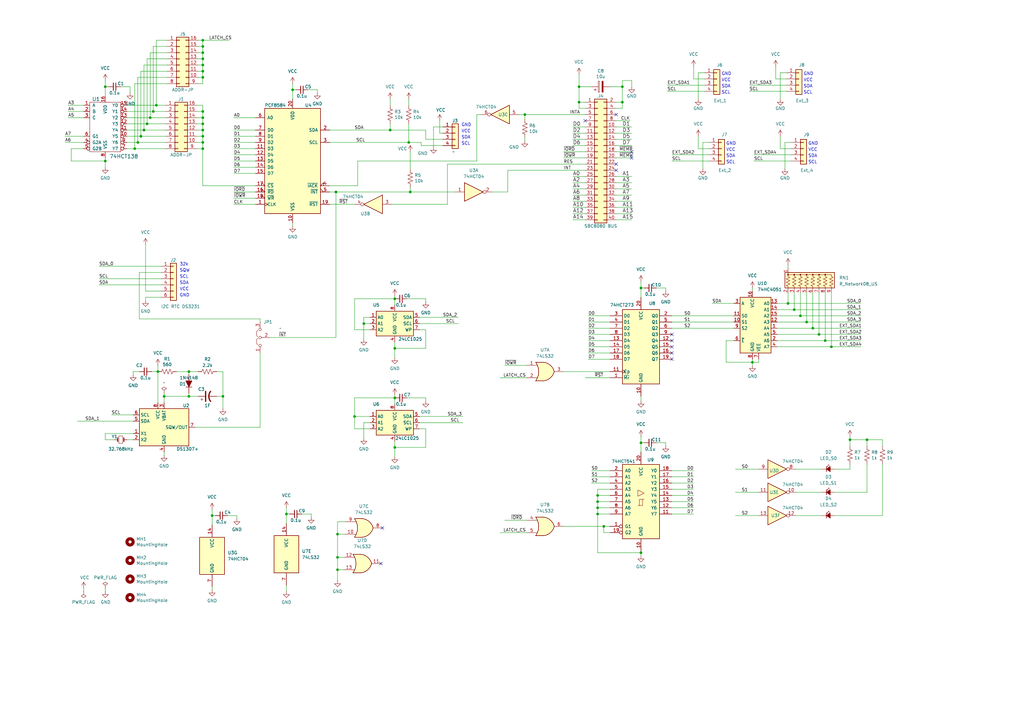
<source format=kicad_sch>
(kicad_sch (version 20211123) (generator eeschema)
  (paper "A3")
  (title_block (title "KZ80マイコン用I2Cボード") (date "2022-11-12") (rev "1") (company "KUNI-NET") (comment 1 "KZ80マイコン(SBC8080バス)に繋がるI2Cボード"))
  (junction (at 43.18 35.56))
  (junction (at 149.225 132.715))
  (junction (at 83.185 31.75))
  (junction (at 161.925 163.195))
  (junction (at 355.6 180.34))
  (junction (at 145.415 170.815))
  (junction (at 138.43 219.075))
  (junction (at 64.77 152.4))
  (junction (at 55.245 60.96))
  (junction (at 83.185 58.42))
  (junction (at 83.185 55.88))
  (junction (at 83.185 26.67))
  (junction (at 245.11 205.74))
  (junction (at 83.185 53.34))
  (junction (at 91.44 162.56))
  (junction (at 77.47 152.4))
  (junction (at 83.185 48.26))
  (junction (at 160.02 53.34))
  (junction (at 330.835 132.08))
  (junction (at 335.915 137.16))
  (junction (at 262.89 226.695))
  (junction (at 138.43 228.6))
  (junction (at 340.995 142.24))
  (junction (at 255.27 35.56))
  (junction (at 308.61 148.59))
  (junction (at 67.31 162.56))
  (junction (at 57.785 55.88))
  (junction (at 325.755 127))
  (junction (at 328.295 129.54))
  (junction (at 83.185 50.8))
  (junction (at 83.185 29.21))
  (junction (at 245.11 210.82))
  (junction (at 237.49 41.91))
  (junction (at 83.185 60.96))
  (junction (at 168.275 78.74))
  (junction (at 83.185 21.59))
  (junction (at 338.455 139.7))
  (junction (at 77.47 162.56))
  (junction (at 43.18 66.04))
  (junction (at 117.475 210.82))
  (junction (at 83.185 24.13))
  (junction (at 61.595 48.26))
  (junction (at 161.925 183.515))
  (junction (at 167.64 58.42))
  (junction (at 323.215 124.46))
  (junction (at 215.265 46.99))
  (junction (at 333.375 134.62))
  (junction (at 262.89 181.61))
  (junction (at 348.615 180.34))
  (junction (at 137.795 78.74))
  (junction (at 262.89 118.11))
  (junction (at 64.135 43.18))
  (junction (at 83.185 16.51))
  (junction (at 83.185 19.05))
  (junction (at 62.865 45.72))
  (junction (at 83.185 45.72))
  (junction (at 247.65 215.9))
  (junction (at 120.015 36.83))
  (junction (at 86.995 211.455))
  (junction (at 245.11 208.28))
  (junction (at 161.925 142.875))
  (junction (at 161.925 122.555))
  (junction (at 237.49 35.56))
  (junction (at 60.325 50.8))
  (junction (at 59.055 53.34))
  (junction (at 138.43 233.68))
  (junction (at 245.11 203.2))
  (junction (at 56.515 58.42))
  (junction (at 255.27 41.91))
  (no_connect (at 156.845 216.535))
  (no_connect (at 156.21 231.14))
  (no_connect (at 259.08 62.23))
  (no_connect (at 259.08 64.77))
  (no_connect (at 252.73 67.31))
  (no_connect (at 252.73 46.99))
  (no_connect (at 252.73 69.85))
  (no_connect (at 275.59 144.78))
  (no_connect (at 275.59 147.32))
  (no_connect (at 275.59 142.24))
  (no_connect (at 275.59 139.7))
  (no_connect (at 275.59 137.16))
  (no_connect (at 240.03 49.53))
  (wire (pts (xy 123.825 210.82) (xy 127.635 210.82)))
  (wire (pts (xy 145.415 122.555) (xy 161.925 122.555)))
  (wire (pts (xy 245.11 210.82) (xy 250.19 210.82)))
  (wire (pts (xy 77.47 162.56) (xy 81.28 162.56)))
  (wire (pts (xy 245.11 205.74) (xy 245.11 208.28)))
  (wire (pts (xy 241.3 139.7) (xy 250.19 139.7)))
  (wire (pts (xy 54.61 153.67) (xy 54.61 152.4)))
  (wire (pts (xy 318.135 32.385) (xy 322.58 32.385)))
  (wire (pts (xy 117.475 208.28) (xy 117.475 210.82)))
  (wire (pts (xy 34.29 241.3) (xy 34.29 242.57)))
  (wire (pts (xy 338.455 139.7) (xy 353.06 139.7)))
  (wire (pts (xy 264.16 118.11) (xy 262.89 118.11)))
  (wire (pts (xy 52.07 50.8) (xy 60.325 50.8)))
  (wire (pts (xy 237.49 41.91) (xy 237.49 44.45)))
  (wire (pts (xy 66.04 111.76) (xy 57.15 111.76)))
  (wire (pts (xy 68.58 24.13) (xy 60.325 24.13)))
  (wire (pts (xy 81.28 21.59) (xy 83.185 21.59)))
  (wire (pts (xy 252.73 64.77) (xy 259.08 64.77)))
  (wire (pts (xy 245.11 210.82) (xy 245.11 226.695)))
  (wire (pts (xy 43.18 33.02) (xy 43.18 35.56)))
  (wire (pts (xy 177.8 52.07) (xy 177.8 60.325)))
  (wire (pts (xy 269.24 118.11) (xy 273.05 118.11)))
  (wire (pts (xy 262.89 179.07) (xy 262.89 181.61)))
  (wire (pts (xy 59.69 123.19) (xy 59.69 121.92)))
  (wire (pts (xy 172.085 132.715) (xy 187.96 132.715)))
  (wire (pts (xy 234.95 52.07) (xy 240.03 52.07)))
  (wire (pts (xy 181.61 52.07) (xy 177.8 52.07)))
  (wire (pts (xy 106.68 175.26) (xy 106.68 144.78)))
  (wire (pts (xy 241.3 134.62) (xy 250.19 134.62)))
  (wire (pts (xy 180.34 54.61) (xy 181.61 54.61)))
  (wire (pts (xy 67.31 162.56) (xy 67.31 161.29)))
  (wire (pts (xy 284.48 198.12) (xy 275.59 198.12)))
  (wire (pts (xy 160.655 83.82) (xy 183.515 83.82)))
  (wire (pts (xy 250.19 200.66) (xy 245.11 200.66)))
  (wire (pts (xy 137.795 78.74) (xy 137.795 138.43)))
  (wire (pts (xy 318.77 137.16) (xy 335.915 137.16)))
  (wire (pts (xy 120.015 91.44) (xy 120.015 92.71)))
  (wire (pts (xy 174.625 175.895) (xy 172.085 175.895)))
  (wire (pts (xy 95.885 58.42) (xy 104.775 58.42)))
  (wire (pts (xy 61.595 21.59) (xy 61.595 48.26)))
  (wire (pts (xy 284.48 210.82) (xy 275.59 210.82)))
  (wire (pts (xy 234.95 85.09) (xy 240.03 85.09)))
  (wire (pts (xy 80.645 48.26) (xy 83.185 48.26)))
  (wire (pts (xy 172.085 170.815) (xy 189.865 170.815)))
  (wire (pts (xy 286.385 60.96) (xy 286.385 55.88)))
  (wire (pts (xy 86.995 208.915) (xy 86.995 211.455)))
  (wire (pts (xy 286.385 40.64) (xy 286.385 29.845)))
  (wire (pts (xy 205.105 154.94) (xy 215.9 154.94)))
  (wire (pts (xy 72.39 152.4) (xy 77.47 152.4)))
  (wire (pts (xy 292.1 124.46) (xy 300.99 124.46)))
  (wire (pts (xy 52.07 53.34) (xy 59.055 53.34)))
  (wire (pts (xy 138.43 213.995) (xy 141.605 213.995)))
  (wire (pts (xy 242.57 198.12) (xy 250.19 198.12)))
  (wire (pts (xy 174.625 135.255) (xy 172.085 135.255)))
  (wire (pts (xy 172.72 58.42) (xy 172.72 59.69)))
  (wire (pts (xy 67.31 185.42) (xy 67.31 186.69)))
  (wire (pts (xy 273.05 118.11) (xy 273.05 119.38)))
  (wire (pts (xy 172.72 59.69) (xy 181.61 59.69)))
  (wire (pts (xy 145.415 163.195) (xy 145.415 170.815)))
  (wire (pts (xy 255.27 44.45) (xy 252.73 44.45)))
  (wire (pts (xy 215.265 46.99) (xy 215.265 48.895)))
  (wire (pts (xy 43.18 241.3) (xy 43.18 242.57)))
  (wire (pts (xy 297.815 139.7) (xy 297.815 148.59)))
  (wire (pts (xy 275.59 134.62) (xy 300.99 134.62)))
  (wire (pts (xy 255.27 33.02) (xy 259.08 33.02)))
  (wire (pts (xy 117.475 210.82) (xy 117.475 214.63)))
  (wire (pts (xy 68.58 31.75) (xy 56.515 31.75)))
  (wire (pts (xy 264.16 181.61) (xy 262.89 181.61)))
  (wire (pts (xy 135.255 78.74) (xy 137.795 78.74)))
  (wire (pts (xy 250.19 218.44) (xy 247.65 218.44)))
  (wire (pts (xy 237.49 35.56) (xy 242.57 35.56)))
  (wire (pts (xy 301.625 192.405) (xy 311.15 192.405)))
  (wire (pts (xy 245.11 200.66) (xy 245.11 203.2)))
  (wire (pts (xy 195.58 46.99) (xy 195.58 66.04)))
  (wire (pts (xy 284.48 193.04) (xy 275.59 193.04)))
  (wire (pts (xy 68.58 21.59) (xy 61.595 21.59)))
  (wire (pts (xy 355.6 180.34) (xy 361.95 180.34)))
  (wire (pts (xy 326.39 201.93) (xy 337.185 201.93)))
  (wire (pts (xy 43.18 66.04) (xy 43.18 68.58)))
  (wire (pts (xy 62.865 19.05) (xy 62.865 45.72)))
  (wire (pts (xy 160.02 53.34) (xy 174.625 53.34)))
  (wire (pts (xy 81.28 29.21) (xy 83.185 29.21)))
  (wire (pts (xy 252.73 82.55) (xy 259.08 82.55)))
  (wire (pts (xy 215.265 56.515) (xy 215.265 57.785)))
  (wire (pts (xy 43.18 35.56) (xy 43.18 39.37)))
  (wire (pts (xy 52.07 48.26) (xy 61.595 48.26)))
  (wire (pts (xy 250.19 205.74) (xy 245.11 205.74)))
  (wire (pts (xy 252.73 52.07) (xy 259.08 52.07)))
  (wire (pts (xy 83.185 19.05) (xy 83.185 21.59)))
  (wire (pts (xy 52.07 55.88) (xy 57.785 55.88)))
  (wire (pts (xy 201.93 78.74) (xy 208.28 78.74)))
  (wire (pts (xy 83.185 76.2) (xy 83.185 60.96)))
  (wire (pts (xy 318.77 134.62) (xy 333.375 134.62)))
  (wire (pts (xy 135.255 58.42) (xy 167.64 58.42)))
  (wire (pts (xy 215.265 46.99) (xy 240.03 46.99)))
  (wire (pts (xy 43.18 180.34) (xy 46.99 180.34)))
  (wire (pts (xy 340.995 142.24) (xy 353.06 142.24)))
  (wire (pts (xy 57.785 56.515) (xy 57.785 55.88)))
  (wire (pts (xy 262.89 181.61) (xy 262.89 185.42)))
  (wire (pts (xy 323.215 108.585) (xy 323.215 109.855)))
  (wire (pts (xy 255.27 33.02) (xy 255.27 35.56)))
  (wire (pts (xy 338.455 120.015) (xy 338.455 139.7)))
  (wire (pts (xy 174.625 122.555) (xy 174.625 123.825)))
  (wire (pts (xy 88.9 152.4) (xy 91.44 152.4)))
  (wire (pts (xy 56.515 31.75) (xy 56.515 58.42)))
  (wire (pts (xy 161.925 180.975) (xy 161.925 183.515)))
  (wire (pts (xy 80.645 53.34) (xy 83.185 53.34)))
  (wire (pts (xy 95.885 53.34) (xy 104.775 53.34)))
  (wire (pts (xy 56.515 58.42) (xy 67.945 58.42)))
  (wire (pts (xy 60.325 24.13) (xy 60.325 50.8)))
  (wire (pts (xy 88.265 211.455) (xy 86.995 211.455)))
  (wire (pts (xy 110.49 138.43) (xy 137.795 138.43)))
  (wire (pts (xy 361.95 211.455) (xy 342.265 211.455)))
  (wire (pts (xy 120.015 36.83) (xy 120.015 40.64)))
  (wire (pts (xy 318.77 132.08) (xy 330.835 132.08)))
  (wire (pts (xy 247.65 215.9) (xy 247.65 218.44)))
  (wire (pts (xy 168.275 76.835) (xy 168.275 78.74)))
  (wire (pts (xy 330.835 132.08) (xy 353.06 132.08)))
  (wire (pts (xy 95.885 83.82) (xy 104.775 83.82)))
  (wire (pts (xy 323.215 124.46) (xy 353.06 124.46)))
  (wire (pts (xy 27.94 43.18) (xy 34.29 43.18)))
  (wire (pts (xy 183.515 67.31) (xy 240.03 67.31)))
  (wire (pts (xy 335.915 137.16) (xy 353.06 137.16)))
  (wire (pts (xy 262.89 226.06) (xy 262.89 226.695)))
  (wire (pts (xy 151.765 135.255) (xy 145.415 135.255)))
  (wire (pts (xy 55.245 34.29) (xy 68.58 34.29)))
  (wire (pts (xy 245.11 203.2) (xy 245.11 205.74)))
  (wire (pts (xy 262.89 115.57) (xy 262.89 118.11)))
  (wire (pts (xy 80.01 175.26) (xy 106.68 175.26)))
  (wire (pts (xy 273.685 37.465) (xy 288.925 37.465)))
  (wire (pts (xy 231.14 215.9) (xy 247.65 215.9)))
  (wire (pts (xy 300.99 139.7) (xy 297.815 139.7)))
  (wire (pts (xy 333.375 120.015) (xy 333.375 134.62)))
  (wire (pts (xy 325.755 120.015) (xy 325.755 127)))
  (wire (pts (xy 308.61 148.59) (xy 308.61 149.86)))
  (wire (pts (xy 138.43 228.6) (xy 140.97 228.6)))
  (wire (pts (xy 318.77 127) (xy 325.755 127)))
  (wire (pts (xy 68.58 16.51) (xy 64.135 16.51)))
  (wire (pts (xy 250.19 208.28) (xy 245.11 208.28)))
  (wire (pts (xy 59.69 121.92) (xy 66.04 121.92)))
  (wire (pts (xy 259.08 80.01) (xy 252.73 80.01)))
  (wire (pts (xy 59.055 53.34) (xy 67.945 53.34)))
  (wire (pts (xy 104.775 76.2) (xy 83.185 76.2)))
  (wire (pts (xy 284.48 32.385) (xy 288.925 32.385)))
  (wire (pts (xy 259.08 33.02) (xy 259.08 35.56)))
  (wire (pts (xy 250.19 203.2) (xy 245.11 203.2)))
  (wire (pts (xy 80.645 43.18) (xy 83.185 43.18)))
  (wire (pts (xy 34.29 58.42) (xy 26.67 58.42)))
  (wire (pts (xy 57.15 111.76) (xy 57.15 130.81)))
  (wire (pts (xy 275.59 63.5) (xy 290.83 63.5)))
  (wire (pts (xy 64.77 149.86) (xy 64.77 152.4)))
  (wire (pts (xy 160.02 40.64) (xy 160.02 43.18)))
  (wire (pts (xy 231.14 62.23) (xy 240.03 62.23)))
  (wire (pts (xy 259.08 54.61) (xy 252.73 54.61)))
  (wire (pts (xy 77.47 161.29) (xy 77.47 162.56)))
  (wire (pts (xy 172.085 130.175) (xy 187.96 130.175)))
  (wire (pts (xy 259.08 74.93) (xy 252.73 74.93)))
  (wire (pts (xy 309.245 66.04) (xy 324.485 66.04)))
  (wire (pts (xy 284.48 32.385) (xy 284.48 27.305)))
  (wire (pts (xy 318.77 142.24) (xy 340.995 142.24)))
  (wire (pts (xy 333.375 134.62) (xy 353.06 134.62)))
  (wire (pts (xy 286.385 60.96) (xy 290.83 60.96)))
  (wire (pts (xy 348.615 190.5) (xy 348.615 192.405)))
  (wire (pts (xy 174.625 57.15) (xy 181.61 57.15)))
  (wire (pts (xy 205.105 218.44) (xy 215.9 218.44)))
  (wire (pts (xy 161.925 121.285) (xy 161.925 122.555)))
  (wire (pts (xy 60.325 50.8) (xy 67.945 50.8)))
  (wire (pts (xy 34.29 60.96) (xy 29.21 60.96)))
  (wire (pts (xy 77.47 152.4) (xy 77.47 153.67)))
  (wire (pts (xy 81.28 34.29) (xy 83.185 34.29)))
  (wire (pts (xy 231.14 152.4) (xy 250.19 152.4)))
  (wire (pts (xy 83.185 53.34) (xy 83.185 55.88)))
  (wire (pts (xy 237.49 35.56) (xy 237.49 41.91)))
  (wire (pts (xy 95.885 78.74) (xy 104.775 78.74)))
  (wire (pts (xy 83.185 58.42) (xy 83.185 60.96)))
  (wire (pts (xy 149.225 132.715) (xy 149.225 139.065)))
  (wire (pts (xy 138.43 228.6) (xy 138.43 219.075)))
  (wire (pts (xy 31.75 172.72) (xy 54.61 172.72)))
  (wire (pts (xy 88.9 162.56) (xy 91.44 162.56)))
  (wire (pts (xy 167.005 163.195) (xy 174.625 163.195)))
  (wire (pts (xy 45.72 170.18) (xy 54.61 170.18)))
  (wire (pts (xy 269.24 181.61) (xy 273.05 181.61)))
  (wire (pts (xy 167.64 40.64) (xy 167.64 43.18)))
  (wire (pts (xy 83.185 16.51) (xy 93.98 16.51)))
  (wire (pts (xy 91.44 152.4) (xy 91.44 162.56)))
  (wire (pts (xy 288.29 69.215) (xy 288.29 58.42)))
  (wire (pts (xy 273.685 34.925) (xy 288.925 34.925)))
  (wire (pts (xy 83.185 50.8) (xy 83.185 53.34)))
  (wire (pts (xy 135.255 53.34) (xy 160.02 53.34)))
  (wire (pts (xy 59.69 119.38) (xy 66.04 119.38)))
  (wire (pts (xy 68.58 26.67) (xy 59.055 26.67)))
  (wire (pts (xy 161.925 142.875) (xy 161.925 146.685)))
  (wire (pts (xy 242.57 195.58) (xy 250.19 195.58)))
  (wire (pts (xy 234.95 82.55) (xy 240.03 82.55)))
  (wire (pts (xy 250.19 35.56) (xy 255.27 35.56)))
  (wire (pts (xy 121.285 36.83) (xy 120.015 36.83)))
  (wire (pts (xy 297.815 148.59) (xy 308.61 148.59)))
  (wire (pts (xy 161.925 183.515) (xy 174.625 183.515)))
  (wire (pts (xy 241.3 129.54) (xy 250.19 129.54)))
  (wire (pts (xy 174.625 53.34) (xy 174.625 57.15)))
  (wire (pts (xy 234.95 87.63) (xy 240.03 87.63)))
  (wire (pts (xy 321.945 69.215) (xy 321.945 58.42)))
  (wire (pts (xy 259.08 57.15) (xy 252.73 57.15)))
  (wire (pts (xy 120.015 34.29) (xy 120.015 36.83)))
  (wire (pts (xy 252.73 62.23) (xy 259.08 62.23)))
  (wire (pts (xy 80.645 45.72) (xy 83.185 45.72)))
  (wire (pts (xy 86.995 240.665) (xy 86.995 241.935)))
  (wire (pts (xy 237.49 41.91) (xy 240.03 41.91)))
  (wire (pts (xy 328.295 129.54) (xy 353.06 129.54)))
  (wire (pts (xy 234.95 54.61) (xy 240.03 54.61)))
  (wire (pts (xy 234.95 59.69) (xy 240.03 59.69)))
  (wire (pts (xy 288.29 58.42) (xy 290.83 58.42)))
  (wire (pts (xy 83.185 29.21) (xy 83.185 31.75)))
  (wire (pts (xy 161.925 183.515) (xy 161.925 187.325)))
  (wire (pts (xy 145.415 135.255) (xy 145.415 122.555)))
  (wire (pts (xy 284.48 208.28) (xy 275.59 208.28)))
  (wire (pts (xy 52.07 60.96) (xy 55.245 60.96)))
  (wire (pts (xy 207.01 149.86) (xy 215.9 149.86)))
  (wire (pts (xy 242.57 193.04) (xy 250.19 193.04)))
  (wire (pts (xy 52.07 43.18) (xy 64.135 43.18)))
  (wire (pts (xy 245.11 208.28) (xy 245.11 210.82)))
  (wire (pts (xy 59.69 100.33) (xy 59.69 119.38)))
  (wire (pts (xy 161.925 122.555) (xy 161.925 125.095)))
  (wire (pts (xy 137.795 78.74) (xy 168.275 78.74)))
  (wire (pts (xy 52.07 58.42) (xy 56.515 58.42)))
  (wire (pts (xy 54.61 152.4) (xy 57.15 152.4)))
  (wire (pts (xy 237.49 30.48) (xy 237.49 35.56)))
  (wire (pts (xy 245.11 226.695) (xy 262.89 226.695)))
  (wire (pts (xy 241.3 132.08) (xy 250.19 132.08)))
  (wire (pts (xy 81.28 19.05) (xy 83.185 19.05)))
  (wire (pts (xy 237.49 44.45) (xy 240.03 44.45)))
  (wire (pts (xy 208.28 69.85) (xy 240.03 69.85)))
  (wire (pts (xy 361.95 190.5) (xy 361.95 211.455)))
  (wire (pts (xy 67.31 162.56) (xy 77.47 162.56)))
  (wire (pts (xy 262.89 162.56) (xy 262.89 164.465)))
  (wire (pts (xy 284.48 203.2) (xy 275.59 203.2)))
  (wire (pts (xy 308.61 118.11) (xy 308.61 119.38)))
  (wire (pts (xy 172.085 173.355) (xy 189.865 173.355)))
  (wire (pts (xy 67.31 162.56) (xy 67.31 165.1)))
  (wire (pts (xy 83.185 26.67) (xy 83.185 29.21)))
  (wire (pts (xy 275.59 129.54) (xy 300.99 129.54)))
  (wire (pts (xy 83.185 21.59) (xy 83.185 24.13)))
  (wire (pts (xy 81.28 16.51) (xy 83.185 16.51)))
  (wire (pts (xy 44.45 35.56) (xy 43.18 35.56)))
  (wire (pts (xy 52.07 45.72) (xy 62.865 45.72)))
  (wire (pts (xy 57.15 130.81) (xy 106.68 130.81)))
  (wire (pts (xy 252.73 41.91) (xy 255.27 41.91)))
  (wire (pts (xy 340.995 120.015) (xy 340.995 142.24)))
  (wire (pts (xy 161.925 142.875) (xy 174.625 142.875)))
  (wire (pts (xy 27.94 45.72) (xy 34.29 45.72)))
  (wire (pts (xy 138.43 219.075) (xy 138.43 213.995)))
  (wire (pts (xy 259.08 87.63) (xy 252.73 87.63)))
  (wire (pts (xy 64.77 152.4) (xy 64.77 165.1)))
  (wire (pts (xy 183.515 83.82) (xy 183.515 67.31)))
  (wire (pts (xy 40.64 116.84) (xy 66.04 116.84)))
  (wire (pts (xy 326.39 211.455) (xy 337.185 211.455)))
  (wire (pts (xy 135.255 83.82) (xy 145.415 83.82)))
  (wire (pts (xy 275.59 66.04) (xy 290.83 66.04)))
  (wire (pts (xy 145.415 170.815) (xy 145.415 175.895)))
  (wire (pts (xy 247.65 215.9) (xy 250.19 215.9)))
  (wire (pts (xy 174.625 183.515) (xy 174.625 175.895)))
  (wire (pts (xy 57.785 29.21) (xy 57.785 55.88)))
  (wire (pts (xy 95.885 60.96) (xy 104.775 60.96)))
  (wire (pts (xy 95.885 55.88) (xy 104.775 55.88)))
  (wire (pts (xy 234.95 77.47) (xy 240.03 77.47)))
  (wire (pts (xy 55.245 60.96) (xy 55.245 34.29)))
  (wire (pts (xy 180.34 49.53) (xy 180.34 54.61)))
  (wire (pts (xy 231.14 64.77) (xy 240.03 64.77)))
  (wire (pts (xy 64.135 43.18) (xy 67.945 43.18)))
  (wire (pts (xy 95.885 68.58) (xy 104.775 68.58)))
  (wire (pts (xy 259.08 59.69) (xy 252.73 59.69)))
  (wire (pts (xy 308.61 148.59) (xy 311.15 148.59)))
  (wire (pts (xy 234.95 80.01) (xy 240.03 80.01)))
  (wire (pts (xy 40.64 109.22) (xy 66.04 109.22)))
  (wire (pts (xy 212.725 46.99) (xy 215.265 46.99)))
  (wire (pts (xy 307.34 37.465) (xy 322.58 37.465)))
  (wire (pts (xy 93.345 211.455) (xy 97.155 211.455)))
  (wire (pts (xy 83.185 24.13) (xy 83.185 26.67)))
  (wire (pts (xy 355.6 180.34) (xy 355.6 182.88)))
  (wire (pts (xy 126.365 36.83) (xy 130.175 36.83)))
  (wire (pts (xy 62.23 152.4) (xy 64.77 152.4)))
  (wire (pts (xy 301.625 211.455) (xy 311.15 211.455)))
  (wire (pts (xy 83.185 60.96) (xy 80.645 60.96)))
  (wire (pts (xy 146.685 66.04) (xy 146.685 76.2)))
  (wire (pts (xy 255.27 41.91) (xy 255.27 44.45)))
  (wire (pts (xy 168.275 62.23) (xy 168.275 69.215)))
  (wire (pts (xy 118.745 210.82) (xy 117.475 210.82)))
  (wire (pts (xy 43.18 64.77) (xy 43.18 66.04)))
  (wire (pts (xy 348.615 192.405) (xy 342.265 192.405)))
  (wire (pts (xy 127.635 210.82) (xy 127.635 212.09)))
  (wire (pts (xy 40.64 114.3) (xy 66.04 114.3)))
  (wire (pts (xy 240.03 154.94) (xy 250.19 154.94)))
  (wire (pts (xy 168.275 78.74) (xy 186.69 78.74)))
  (wire (pts (xy 323.215 120.015) (xy 323.215 124.46)))
  (wire (pts (xy 97.155 211.455) (xy 97.155 212.725)))
  (wire (pts (xy 68.58 29.21) (xy 57.785 29.21)))
  (wire (pts (xy 83.185 34.29) (xy 83.185 31.75)))
  (wire (pts (xy 83.185 45.72) (xy 83.185 48.26)))
  (wire (pts (xy 197.485 46.99) (xy 195.58 46.99)))
  (wire (pts (xy 321.945 58.42) (xy 324.485 58.42)))
  (wire (pts (xy 259.08 85.09) (xy 252.73 85.09)))
  (wire (pts (xy 320.04 40.64) (xy 320.04 29.845)))
  (wire (pts (xy 195.58 66.04) (xy 146.685 66.04)))
  (wire (pts (xy 145.415 170.815) (xy 151.765 170.815)))
  (wire (pts (xy 355.6 201.93) (xy 355.6 190.5)))
  (wire (pts (xy 308.61 148.59) (xy 308.61 147.32)))
  (wire (pts (xy 326.39 192.405) (xy 337.185 192.405)))
  (wire (pts (xy 318.135 32.385) (xy 318.135 27.305)))
  (wire (pts (xy 91.44 162.56) (xy 91.44 167.64)))
  (wire (pts (xy 106.68 130.81) (xy 106.68 132.08)))
  (wire (pts (xy 259.08 77.47) (xy 252.73 77.47)))
  (wire (pts (xy 167.64 58.42) (xy 172.72 58.42)))
  (wire (pts (xy 146.685 76.2) (xy 135.255 76.2)))
  (wire (pts (xy 361.95 180.34) (xy 361.95 182.88)))
  (wire (pts (xy 54.61 177.8) (xy 43.18 177.8)))
  (wire (pts (xy 262.89 226.695) (xy 262.89 227.965)))
  (wire (pts (xy 252.73 72.39) (xy 259.08 72.39)))
  (wire (pts (xy 80.645 50.8) (xy 83.185 50.8)))
  (wire (pts (xy 83.185 43.18) (xy 83.185 45.72)))
  (wire (pts (xy 81.28 24.13) (xy 83.185 24.13)))
  (wire (pts (xy 59.055 26.67) (xy 59.055 53.34)))
  (wire (pts (xy 301.625 201.93) (xy 311.15 201.93)))
  (wire (pts (xy 151.765 130.175) (xy 149.225 130.175)))
  (wire (pts (xy 149.225 173.355) (xy 149.225 179.705)))
  (wire (pts (xy 61.595 48.26) (xy 67.945 48.26)))
  (wire (pts (xy 80.645 55.88) (xy 83.185 55.88)))
  (wire (pts (xy 80.645 58.42) (xy 83.185 58.42)))
  (wire (pts (xy 138.43 233.68) (xy 138.43 228.6)))
  (wire (pts (xy 275.59 132.08) (xy 300.99 132.08)))
  (wire (pts (xy 241.3 142.24) (xy 250.19 142.24)))
  (wire (pts (xy 57.785 55.88) (xy 67.945 55.88)))
  (wire (pts (xy 83.185 31.75) (xy 81.28 31.75)))
  (wire (pts (xy 83.185 48.26) (xy 83.185 50.8)))
  (wire (pts (xy 318.77 124.46) (xy 323.215 124.46)))
  (wire (pts (xy 138.43 219.075) (xy 141.605 219.075)))
  (wire (pts (xy 151.765 175.895) (xy 145.415 175.895)))
  (wire (pts (xy 95.885 66.04) (xy 104.775 66.04)))
  (wire (pts (xy 167.005 122.555) (xy 174.625 122.555)))
  (wire (pts (xy 241.3 144.78) (xy 250.19 144.78)))
  (wire (pts (xy 273.05 181.61) (xy 273.05 182.88)))
  (wire (pts (xy 43.18 177.8) (xy 43.18 180.34)))
  (wire (pts (xy 330.835 120.015) (xy 330.835 132.08)))
  (wire (pts (xy 27.94 48.26) (xy 34.29 48.26)))
  (wire (pts (xy 342.265 201.93) (xy 355.6 201.93)))
  (wire (pts (xy 320.04 60.96) (xy 324.485 60.96)))
  (wire (pts (xy 234.95 90.17) (xy 240.03 90.17)))
  (wire (pts (xy 318.77 129.54) (xy 328.295 129.54)))
  (wire (pts (xy 348.615 180.34) (xy 348.615 182.88)))
  (wire (pts (xy 335.915 120.015) (xy 335.915 137.16)))
  (wire (pts (xy 262.89 118.11) (xy 262.89 121.92)))
  (wire (pts (xy 145.415 163.195) (xy 161.925 163.195)))
  (wire (pts (xy 320.04 60.96) (xy 320.04 55.88)))
  (wire (pts (xy 234.95 74.93) (xy 240.03 74.93)))
  (wire (pts (xy 26.67 55.88) (xy 34.29 55.88)))
  (wire (pts (xy 174.625 142.875) (xy 174.625 135.255)))
  (wire (pts (xy 52.07 180.34) (xy 54.61 180.34)))
  (wire (pts (xy 161.925 140.335) (xy 161.925 142.875)))
  (wire (pts (xy 62.865 45.72) (xy 67.945 45.72)))
  (wire (pts (xy 174.625 163.195) (xy 174.625 164.465)))
  (wire (pts (xy 348.615 179.07) (xy 348.615 180.34)))
  (wire (pts (xy 117.475 240.03) (xy 117.475 242.57)))
  (wire (pts (xy 29.21 60.96) (xy 29.21 66.04)))
  (wire (pts (xy 138.43 238.125) (xy 138.43 233.68)))
  (wire (pts (xy 234.95 72.39) (xy 240.03 72.39)))
  (wire (pts (xy 252.73 49.53) (xy 258.445 49.53)))
  (wire (pts (xy 53.34 35.56) (xy 53.34 38.1)))
  (wire (pts (xy 259.08 90.17) (xy 252.73 90.17)))
  (wire (pts (xy 318.77 139.7) (xy 338.455 139.7)))
  (wire (pts (xy 328.295 120.015) (xy 328.295 129.54)))
  (wire (pts (xy 255.27 35.56) (xy 255.27 41.91)))
  (wire (pts (xy 55.245 60.96) (xy 67.945 60.96)))
  (wire (pts (xy 234.95 57.15) (xy 240.03 57.15)))
  (wire (pts (xy 207.01 213.36) (xy 215.9 213.36)))
  (wire (pts (xy 284.48 200.66) (xy 275.59 200.66)))
  (wire (pts (xy 311.15 148.59) (xy 311.15 147.32)))
  (wire (pts (xy 86.995 211.455) (xy 86.995 215.265)))
  (wire (pts (xy 149.225 130.175) (xy 149.225 132.715)))
  (wire (pts (xy 68.58 19.05) (xy 62.865 19.05)))
  (wire (pts (xy 95.885 63.5) (xy 104.775 63.5)))
  (wire (pts (xy 160.02 50.8) (xy 160.02 53.34)))
  (wire (pts (xy 286.385 29.845) (xy 288.925 29.845)))
  (wire (pts (xy 167.64 50.8) (xy 167.64 58.42)))
  (wire (pts (xy 81.28 26.67) (xy 83.185 26.67)))
  (wire (pts (xy 307.34 34.925) (xy 322.58 34.925)))
  (wire (pts (xy 95.885 81.28) (xy 104.775 81.28)))
  (wire (pts (xy 138.43 233.68) (xy 140.97 233.68)))
  (wire (pts (xy 284.48 195.58) (xy 275.59 195.58)))
  (wire (pts (xy 77.47 152.4) (xy 81.28 152.4)))
  (wire (pts (xy 49.53 35.56) (xy 53.34 35.56)))
  (wire (pts (xy 241.3 137.16) (xy 250.19 137.16)))
  (wire (pts (xy 208.28 78.74) (xy 208.28 69.85)))
  (wire (pts (xy 95.885 71.12) (xy 104.775 71.12)))
  (wire (pts (xy 309.245 63.5) (xy 324.485 63.5)))
  (wire (pts (xy 348.615 180.34) (xy 355.6 180.34)))
  (wire (pts (xy 64.135 16.51) (xy 64.135 43.18)))
  (wire (pts (xy 161.925 163.195) (xy 161.925 165.735)))
  (wire (pts (xy 83.185 55.88) (xy 83.185 58.42)))
  (wire (pts (xy 325.755 127) (xy 353.06 127)))
  (wire (pts (xy 83.185 16.51) (xy 83.185 19.05)))
  (wire (pts (xy 151.765 132.715) (xy 149.225 132.715)))
  (wire (pts (xy 284.48 205.74) (xy 275.59 205.74)))
  (wire (pts (xy 241.3 147.32) (xy 250.19 147.32)))
  (wire (pts (xy 320.04 29.845) (xy 322.58 29.845)))
  (wire (pts (xy 95.885 48.26) (xy 104.775 48.26)))
  (wire (pts (xy 161.925 161.925) (xy 161.925 163.195)))
  (wire (pts (xy 151.765 173.355) (xy 149.225 173.355)))
  (wire (pts (xy 130.175 36.83) (xy 130.175 38.1)))
  (wire (pts (xy 29.21 66.04) (xy 43.18 66.04)))
  (text "SDA" (at 73.66 116.84 0) (effects (font (size 1.27 1.27)) (justify left bottom)))
  (text "VCC" (at 295.91 33.655 0) (effects (font (size 1.27 1.27)) (justify left bottom)))
  (text "VCC" (at 329.565 33.655 0) (effects (font (size 1.27 1.27)) (justify left bottom)))
  (text "VCC" (at 331.47 62.23 0) (effects (font (size 1.27 1.27)) (justify left bottom)))
  (text "SDA" (at 297.815 64.77 0) (effects (font (size 1.27 1.27)) (justify left bottom)))
  (text "SCL" (at 189.23 59.69 0) (effects (font (size 1.27 1.27)) (justify left bottom)))
  (text "GND" (at 295.91 31.115 0) (effects (font (size 1.27 1.27)) (justify left bottom)))
  (text "GND" (at 189.23 52.07 0) (effects (font (size 1.27 1.27)) (justify left bottom)))
  (text "SCL" (at 295.91 38.735 0) (effects (font (size 1.27 1.27)) (justify left bottom)))
  (text "GND" (at 73.66 121.92 0) (effects (font (size 1.27 1.27)) (justify left bottom)))
  (text "SDA" (at 295.91 36.195 0) (effects (font (size 1.27 1.27)) (justify left bottom)))
  (text "SCL" (at 297.815 67.31 0) (effects (font (size 1.27 1.27)) (justify left bottom)))
  (text "GND" (at 331.47 59.69 0) (effects (font (size 1.27 1.27)) (justify left bottom)))
  (text "VCC" (at 73.66 119.38 0) (effects (font (size 1.27 1.27)) (justify left bottom)))
  (text "SQW" (at 73.66 111.76 0) (effects (font (size 1.27 1.27)) (justify left bottom)))
  (text "SCL" (at 329.565 38.735 0) (effects (font (size 1.27 1.27)) (justify left bottom)))
  (text "GND" (at 329.565 31.115 0) (effects (font (size 1.27 1.27)) (justify left bottom)))
  (text "SCL" (at 73.66 114.3 0) (effects (font (size 1.27 1.27)) (justify left bottom)))
  (text "SDA" (at 331.47 64.77 0) (effects (font (size 1.27 1.27)) (justify left bottom)))
  (text "32k" (at 73.66 109.22 0) (effects (font (size 1.27 1.27)) (justify left bottom)))
  (text "VCC" (at 297.815 62.23 0) (effects (font (size 1.27 1.27)) (justify left bottom)))
  (text "VCC" (at 189.23 54.61 0) (effects (font (size 1.27 1.27)) (justify left bottom)))
  (text "SDA" (at 189.23 57.15 0) (effects (font (size 1.27 1.27)) (justify left bottom)))
  (text "GND" (at 297.815 59.69 0) (effects (font (size 1.27 1.27)) (justify left bottom)))
  (text "SCL" (at 331.47 67.31 0) (effects (font (size 1.27 1.27)) (justify left bottom)))
  (text "SDA" (at 329.565 36.195 0) (effects (font (size 1.27 1.27)) (justify left bottom)))
  (label "INT" (at 231.14 69.85 0))
  (label "RES" (at 231.14 67.31 0))
  (label "D4" (at 234.95 57.15 0) (effects (font (size 1.524 1.524))))
  (label "A0" (at 95.885 48.26 0))
  (label "D7" (at 95.885 71.12 0))
  (label "D2" (at 95.885 58.42 0))
  (label "S0" (at 242.57 193.04 0))
  (label "A0" (at 234.95 72.39 0) (effects (font (size 1.524 1.524))))
  (label "A12" (at 234.95 87.63 0) (effects (font (size 1.524 1.524))))
  (label "S0" (at 283.21 129.54 180))
  (label "D5" (at 255.27 57.15 0) (effects (font (size 1.524 1.524))))
  (label "D6" (at 241.3 144.78 0))
  (label "D7" (at 255.27 59.69 0) (effects (font (size 1.524 1.524))))
  (label "SDA_1" (at 347.345 127 0))
  (label "~{IORD}" (at 231.14 62.23 0))
  (label "A7" (at 255.27 80.01 0) (effects (font (size 1.524 1.524))))
  (label "D3" (at 241.3 137.16 0))
  (label "D6" (at 234.95 59.69 0) (effects (font (size 1.524 1.524))))
  (label "D0" (at 95.885 53.34 0))
  (label "D0" (at 284.48 193.04 180))
  (label "S0" (at 304.165 192.405 0))
  (label "D6" (at 95.885 68.58 0))
  (label "D2" (at 241.3 134.62 0))
  (label "A4" (at 27.94 45.72 0))
  (label "A1" (at 255.27 72.39 0) (effects (font (size 1.524 1.524))))
  (label "~{IOWR}" (at 231.14 64.77 0))
  (label "A13" (at 255.27 87.63 0) (effects (font (size 1.524 1.524))))
  (label "LATCH_CS" (at 85.725 16.51 0))
  (label "A11" (at 255.27 85.09 0) (effects (font (size 1.524 1.524))))
  (label "D5" (at 241.3 142.24 0))
  (label "LATCH_CS" (at 206.375 218.44 0))
  (label "S1" (at 242.57 195.58 0))
  (label "D1" (at 284.48 195.58 180))
  (label "D4" (at 284.48 203.2 180))
  (label "D5" (at 284.48 205.74 180))
  (label "A5" (at 27.94 48.26 0))
  (label "SDA" (at 145.415 53.34 0))
  (label "SDA_2" (at 347.345 129.54 0))
  (label "SCL" (at 40.64 114.3 0))
  (label "INTA" (at 233.68 46.99 0))
  (label "~{IOWR}" (at 95.885 81.28 0))
  (label "SCL" (at 307.34 37.465 0))
  (label "D1" (at 241.3 132.08 0))
  (label "D4" (at 241.3 139.7 0))
  (label "EXT_SDA4" (at 344.17 142.24 0))
  (label "D7" (at 284.48 210.82 180))
  (label "EXT_SDA2" (at 275.59 63.5 0))
  (label "A6" (at 234.95 80.01 0) (effects (font (size 1.524 1.524))))
  (label "A9" (at 255.27 82.55 0) (effects (font (size 1.524 1.524))))
  (label "A4" (at 234.95 77.47 0) (effects (font (size 1.524 1.524))))
  (label "~{RST}" (at 243.84 154.94 0))
  (label "D5" (at 95.885 66.04 0))
  (label "CLK" (at 254.635 49.53 0))
  (label "SCL" (at 273.685 37.465 0))
  (label "D0" (at 241.3 129.54 0))
  (label "SDA_0" (at 347.345 124.46 0))
  (label "~{IORD}" (at 209.55 213.36 0))
  (label "SDA_3" (at 347.345 132.08 0))
  (label "SCL" (at 184.785 173.355 0))
  (label "SCL" (at 309.245 66.04 0))
  (label "D3" (at 95.885 60.96 0))
  (label "A3" (at 27.94 43.18 0))
  (label "SDA_3" (at 183.515 170.815 0))
  (label "SDA" (at 292.1 124.46 0))
  (label "LATCH_CS" (at 206.375 154.94 0))
  (label "A14" (at 234.95 90.17 0) (effects (font (size 1.524 1.524))))
  (label "SCL" (at 275.59 66.04 0))
  (label "D0" (at 234.95 52.07 0) (effects (font (size 1.524 1.524))))
  (label "S2" (at 242.57 198.12 0))
  (label "~{INT}" (at 114.3 138.43 0))
  (label "SCL" (at 146.05 58.42 0))
  (label "A6" (at 26.67 58.42 0))
  (label "SCL" (at 182.88 132.715 0))
  (label "SDA_0" (at 40.64 109.22 0))
  (label "A2" (at 234.95 74.93 0) (effects (font (size 1.524 1.524))))
  (label "D3" (at 284.48 200.66 180))
  (label "S1" (at 304.165 201.93 0))
  (label "~{IOWR}" (at 207.01 149.86 0))
  (label "CLK" (at 95.885 83.82 0))
  (label "D4" (at 95.885 63.5 0))
  (label "A10" (at 234.95 85.09 0) (effects (font (size 1.524 1.524))))
  (label "SCL" (at 45.72 170.18 0))
  (label "SDA_2" (at 181.61 130.175 0))
  (label "~{IORD}" (at 95.885 78.74 0))
  (label "D1" (at 255.27 52.07 0) (effects (font (size 1.524 1.524))))
  (label "S1" (at 283.21 132.08 180))
  (label "D6" (at 284.48 208.28 180))
  (label "SDA_1" (at 34.925 172.72 0))
  (label "EXT_SDA1" (at 344.17 134.62 0))
  (label "EXT_SDA3" (at 344.17 139.7 0))
  (label "EXT_SDA4" (at 309.245 63.5 0))
  (label "S2" (at 283.21 134.62 180))
  (label "EXT_SDA3" (at 307.34 34.925 0))
  (label "D2" (at 284.48 198.12 180))
  (label "A7" (at 26.67 55.88 0))
  (label "A8" (at 234.95 82.55 0) (effects (font (size 1.524 1.524))))
  (label "A3" (at 255.27 74.93 0) (effects (font (size 1.524 1.524))))
  (label "D7" (at 241.3 147.32 0))
  (label "D1" (at 95.885 55.88 0))
  (label "~{RST}" (at 139.065 83.82 0))
  (label "EXT_SDA1" (at 273.685 34.925 0))
  (label "D2" (at 234.95 54.61 0) (effects (font (size 1.524 1.524))))
  (label "SDA" (at 40.64 116.84 0))
  (label "S2" (at 304.165 211.455 0))
  (label "A5" (at 255.27 77.47 0) (effects (font (size 1.524 1.524))))
  (label "~{MEMR}" (at 254 62.23 0))
  (label "D3" (at 255.27 54.61 0) (effects (font (size 1.524 1.524))))
  (label "~{MEMW}" (at 254 64.77 0))
  (label "A15" (at 255.27 90.17 0) (effects (font (size 1.524 1.524))))
  (label "EXT_SDA2" (at 344.17 137.16 0))
  (symbol (lib_id "KZ80-MSXMEM-rescue:Conn_02x20_Odd_Even-Z80-1MSRAM-rescue") (at 245.11 64.77 0) (unit 1)
    (property "Reference" "J4" (at 246.38 39.37 0))
    (property "Value" "SBC8080 BUS" (at 246.38 92.71 0))
    (property "Footprint" "Connector_PinHeader_2.54mm:PinHeader_2x20_P2.54mm_Horizontal" (effects hide))
  )
  (symbol (lib_id "KZ80-MSXMEM-rescue:GND-Z80-1MSRAM-rescue") (at 259.08 35.56 0) (unit 1)
    (property "Reference" "#PWR034" (effects hide))
    (property "Value" "GND" (at 259.08 39.37 0))
  )
  (symbol (lib_id "Mechanical:MountingHole") (at 53.34 222.25 0) (unit 1)
    (property "Reference" "MH1" (at 55.88 221.0816 0) (effects (justify left)))
    (property "Value" "MountingHole" (at 55.88 223.393 0) (effects (justify left)))
    (property "Footprint" "MountingHole:MountingHole_3.2mm_M3" (effects hide))
  )
  (symbol (lib_id "Mechanical:MountingHole") (at 53.34 229.87 0) (unit 1)
    (property "Reference" "MH2" (at 55.88 228.7016 0) (effects (justify left)))
    (property "Value" "MountingHole" (at 55.88 231.013 0) (effects (justify left)))
    (property "Footprint" "MountingHole:MountingHole_3.2mm_M3" (effects hide))
  )
  (symbol (lib_id "Mechanical:MountingHole") (at 53.34 237.49 0) (unit 1)
    (property "Reference" "MH3" (at 55.88 236.3216 0) (effects (justify left)))
    (property "Value" "MountingHole" (at 55.88 238.633 0) (effects (justify left)))
    (property "Footprint" "MountingHole:MountingHole_3.2mm_M3" (effects hide))
  )
  (symbol (lib_id "Mechanical:MountingHole") (at 53.34 245.11 0) (unit 1)
    (property "Reference" "MH4" (at 55.88 243.9416 0) (effects (justify left)))
    (property "Value" "MountingHole" (at 55.88 246.253 0) (effects (justify left)))
    (property "Footprint" "MountingHole:MountingHole_3.2mm_M3" (effects hide))
  )
  (symbol (lib_id "w_logic:74HC138") (at 43.18 52.07 0) (unit 1)
    (property "Reference" "U1" (at 39.37 40.64 0) (effects (font (size 1.524 1.524))))
    (property "Value" "74HCT138" (at 50.8 64.135 0) (effects (font (size 1.524 1.524))))
  )
  (symbol (lib_id "Connector_Generic:Conn_01x06") (at 71.12 114.3 0) (unit 1)
    (property "Reference" "J2" (at 69.85 106.68 0) (effects (justify left)))
    (property "Value" "I2C RTC DS3231" (at 66.04 125.73 0) (effects (justify left)))
  )
  (symbol (lib_id "Device:Crystal_Small") (at 49.53 180.34 0) (unit 1)
    (property "Reference" "Y1" (at 46.99 179.07 0))
    (property "Value" "32.768kHz" (at 49.53 184.15 0))
  )
  (symbol (lib_id "PC8001-I2C-rescue:D_ALT-Device") (at 77.47 157.48 90) (unit 1)
    (property "Reference" "D1" (at 74.93 157.48 90))
    (property "Value" "1N4148" (at 77.47 154.94 90))
  )
  (symbol (lib_id "Device:R_US") (at 68.58 152.4 270) (unit 1)
    (property "Reference" "R1" (at 68.58 147.193 90))
    (property "Value" "560" (at 68.58 149.5044 90))
  )
  (symbol (lib_id "Timer_RTC:DS1307+") (at 67.31 175.26 0) (unit 1)
    (property "Reference" "U2" (at 74.93 166.37 0) (effects (justify left)))
    (property "Value" "DS1307+" (at 72.39 184.15 0) (effects (justify left)))
    (property "Datasheet" "https://datasheets.maximintegrated.com/en/ds/DS1307.pdf" (effects hide))
  )
  (symbol (lib_id "PC8001-I2C-rescue:CP1-Device") (at 85.09 162.56 90) (unit 1)
    (property "Reference" "C3" (at 83.9216 159.639 90) (effects (justify left)))
    (property "Value" "1F" (at 86.36 166.37 90) (effects (justify left)))
  )
  (symbol (lib_id "Device:R_US") (at 160.02 46.99 0) (unit 1)
    (property "Reference" "R3" (at 161.7472 45.8216 0) (effects (justify left)))
    (property "Value" "10k" (at 161.7472 48.133 0) (effects (justify left)))
  )
  (symbol (lib_id "Device:R_US") (at 85.09 152.4 90) (unit 1)
    (property "Reference" "R2" (at 85.09 147.32 90))
    (property "Value" "2.2k" (at 85.09 149.86 90))
  )
  (symbol (lib_id "power:PWR_FLAG") (at 67.31 161.29 0) (unit 1)
    (property "Reference" "#FLG01" (effects hide))
    (property "Value" "~" (at 67.31 156.8958 0))
  )
  (symbol (lib_id "Connector_Generic:Conn_02x08_Counter_Clockwise") (at 73.025 50.8 0) (unit 1)
    (property "Reference" "J1" (at 74.295 40.64 0))
    (property "Value" "ADDR-JP" (at 74.295 63.5 0))
  )
  (symbol (lib_id "Device:C_Small") (at 123.825 36.83 270) (unit 1)
    (property "Reference" "C5" (at 126.365 35.56 90))
    (property "Value" "0.1u" (at 123.825 39.37 90))
  )
  (symbol (lib_id "Device:C_Small") (at 46.99 35.56 270) (unit 1)
    (property "Reference" "C1" (at 49.53 34.29 90))
    (property "Value" "0.1u" (at 46.99 38.1 90))
  )
  (symbol (lib_id "PC8001-I2C-rescue:Jumper_3_Open-Jumper") (at 106.68 138.43 90) (unit 1)
    (property "Reference" "JP1" (at 111.76 132.08 90) (effects (justify left)))
    (property "Value" "~" (at 115.57 134.62 90) (effects (justify left)))
  )
  (symbol (lib_id "Memory_EEPROM:24LC1025") (at 161.925 132.715 0) (unit 1)
    (property "Reference" "U5" (at 154.305 125.095 0))
    (property "Value" "24LC1025" (at 168.275 139.065 0))
    (property "Datasheet" "http://ww1.microchip.com/downloads/en/DeviceDoc/21941B.pdf" (effects hide))
  )
  (symbol (lib_id "Memory_EEPROM:24LC1025") (at 161.925 173.355 0) (unit 1)
    (property "Reference" "U6" (at 154.305 165.735 0))
    (property "Value" "24LC1025" (at 167.005 179.705 0))
    (property "Datasheet" "http://ww1.microchip.com/downloads/en/DeviceDoc/21941B.pdf" (effects hide))
  )
  (symbol (lib_id "Connector_Generic:Conn_01x04") (at 186.69 54.61 0) (unit 1)
    (property "Reference" "J3" (at 185.42 49.53 0) (effects (justify left)))
    (property "Value" "~" (at 185.42 62.23 0) (effects (justify left)))
  )
  (symbol (lib_id "power:VCC") (at 180.34 49.53 0) (unit 1)
    (property "Reference" "#PWR023" (effects hide))
    (property "Value" "~" (at 180.7718 45.1358 0))
  )
  (symbol (lib_id "Device:C_Small") (at 164.465 163.195 270) (unit 1)
    (property "Reference" "C7" (at 167.005 161.925 90))
    (property "Value" "0.1u" (at 164.465 165.735 90))
  )
  (symbol (lib_id "Device:C_Small") (at 164.465 122.555 270) (unit 1)
    (property "Reference" "C6" (at 167.005 121.285 90))
    (property "Value" "0.1u" (at 164.465 125.095 90))
  )
  (symbol (lib_id "Device:C_Small") (at 59.69 152.4 270) (unit 1)
    (property "Reference" "C2" (at 57.15 149.86 90))
    (property "Value" "0.1u" (at 59.69 154.94 90))
  )
  (symbol (lib_id "Device:R_US") (at 167.64 46.99 0) (unit 1)
    (property "Reference" "R4" (at 169.3672 45.8216 0) (effects (justify left)))
    (property "Value" "10k" (at 169.3672 48.133 0) (effects (justify left)))
  )
  (symbol (lib_id "power:VCC") (at 34.29 241.3 0) (unit 1)
    (property "Reference" "#PWR032" (effects hide))
    (property "Value" "VCC" (at 34.7218 236.9058 0))
  )
  (symbol (lib_id "power:PWR_FLAG") (at 34.29 242.57 180) (unit 1)
    (property "Reference" "#FLG02" (effects hide))
    (property "Value" "PWR_FLAG" (at 34.29 246.9642 0))
  )
  (symbol (lib_id "power:GND") (at 43.18 242.57 0) (unit 1)
    (property "Reference" "#PWR033" (effects hide))
    (property "Value" "GND" (at 43.307 246.9642 0))
  )
  (symbol (lib_id "power:PWR_FLAG") (at 43.18 241.3 0) (unit 1)
    (property "Reference" "#FLG03" (effects hide))
    (property "Value" "PWR_FLAG" (at 43.18 236.9058 0))
  )
  (symbol (lib_id "KZ80-MSXMEM-rescue:CP-Device") (at 246.38 35.56 90) (unit 1)
    (property "Reference" "C8" (at 246.38 29.083 90))
    (property "Value" "10u" (at 246.38 31.3944 90))
    (property "Footprint" "Capacitor_THT:CP_Radial_D5.0mm_P2.50mm" (effects hide))
  )
  (symbol (lib_id "power:GND") (at 273.05 182.88 0) (unit 1)
    (property "Reference" "#PWR043" (effects hide))
    (property "Value" "GND" (at 273.05 187.325 0))
  )
  (symbol (lib_id "Interface_Expansion:PCF8584") (at 120.015 66.04 0) (unit 1)
    (property "Reference" "U4" (at 125.095 43.18 0) (effects (justify left)))
    (property "Value" "PCF8584" (at 108.585 43.18 0) (effects (justify left)))
    (property "Datasheet" "http://www.nxp.com/documents/data_sheet/PCF8584.pdf" (effects hide))
  )
  (symbol (lib_id "power:VCC") (at 348.615 179.07 0) (unit 1)
    (property "Reference" "#PWR055" (effects hide))
    (property "Value" "VCC" (at 348.615 173.99 0))
  )
  (symbol (lib_id "power:GND") (at 97.155 212.725 0) (unit 1)
    (property "Reference" "#PWR014" (effects hide))
    (property "Value" "GND" (at 97.155 217.17 0))
  )
  (symbol (lib_id "power:VCC") (at 237.49 30.48 0) (unit 1)
    (property "Reference" "#PWR031" (effects hide))
    (property "Value" "VCC" (at 237.49 25.4 0))
  )
  (symbol (lib_id "74xx:74HCT04") (at 86.995 227.965 0) (unit 7)
    (property "Reference" "U3" (at 93.345 226.6949 0) (effects (justify left)))
    (property "Value" "74HCT04" (at 93.345 229.2349 0) (effects (justify left)))
    (property "Datasheet" "https://assets.nexperia.com/documents/data-sheet/74HC_HCT04.pdf" (effects hide))
  )
  (symbol (lib_id "power:GND") (at 273.05 119.38 0) (unit 1)
    (property "Reference" "#PWR042" (effects hide))
    (property "Value" "GND" (at 273.05 123.825 0))
  )
  (symbol (lib_id "KZ80-MSXMEM-rescue:GND-Z80-1MSRAM-rescue") (at 286.385 40.64 0) (unit 1)
    (property "Reference" "#PWR045" (effects hide))
    (property "Value" "GND" (at 286.385 44.45 0))
  )
  (symbol (lib_id "74xx:74HCT04") (at 153.035 83.82 0) (mirror y) (unit 2)
    (property "Reference" "U3" (at 149.86 87.63 0))
    (property "Value" "74HCT04" (at 144.78 80.645 0))
    (property "Datasheet" "https://assets.nexperia.com/documents/data-sheet/74HC_HCT04.pdf" (effects hide))
  )
  (symbol (lib_id "power:GND") (at 59.69 123.19 0) (unit 1)
    (property "Reference" "#PWR06" (effects hide))
    (property "Value" "GND" (at 59.69 127.635 0))
  )
  (symbol (lib_id "74xx:74LS32") (at 117.475 227.33 0) (unit 5)
    (property "Reference" "U7" (at 123.825 226.0599 0) (effects (justify left)))
    (property "Value" "74LS32" (at 123.825 228.5999 0) (effects (justify left)))
    (property "Datasheet" "http://www.ti.com/lit/gpn/sn74LS32" (effects hide))
  )
  (symbol (lib_id "power:VCC") (at 160.02 40.64 0) (unit 1)
    (property "Reference" "#PWR017" (effects hide))
    (property "Value" "VCC" (at 160.02 35.56 0))
  )
  (symbol (lib_id "power:VCC") (at 161.925 121.285 0) (unit 1)
    (property "Reference" "#PWR024" (effects hide))
    (property "Value" "VCC" (at 161.925 116.205 0))
  )
  (symbol (lib_id "Device:C_Small") (at 121.285 210.82 270) (unit 1)
    (property "Reference" "C9" (at 123.825 209.55 90))
    (property "Value" "0.1u" (at 121.285 213.36 90))
  )
  (symbol (lib_id "Device:LED_Small_Filled") (at 339.725 192.405 0) (unit 1)
    (property "Reference" "D2" (at 339.7885 185.42 0))
    (property "Value" "LED_S0" (at 339.7885 187.96 0))
  )
  (symbol (lib_id "power:GND") (at 53.34 38.1 0) (unit 1)
    (property "Reference" "#PWR03" (effects hide))
    (property "Value" "GND" (at 53.34 42.545 0))
  )
  (symbol (lib_id "power:GND") (at 174.625 123.825 0) (unit 1)
    (property "Reference" "#PWR028" (effects hide))
    (property "Value" "GND" (at 174.625 128.27 0))
  )
  (symbol (lib_id "power:VCC") (at 323.215 108.585 0) (unit 1)
    (property "Reference" "#PWR054" (effects hide))
    (property "Value" "VCC" (at 323.215 103.505 0))
  )
  (symbol (lib_id "Device:LED_Small_Filled") (at 339.725 201.93 0) (unit 1)
    (property "Reference" "D3" (at 339.7885 195.58 0))
    (property "Value" "LED_S1" (at 339.7885 198.12 0))
  )
  (symbol (lib_id "power:GND") (at 262.89 164.465 0) (unit 1)
    (property "Reference" "#PWR039" (effects hide))
    (property "Value" "GND" (at 262.89 168.91 0))
  )
  (symbol (lib_id "power:GND") (at 130.175 38.1 0) (unit 1)
    (property "Reference" "#PWR015" (effects hide))
    (property "Value" "GND" (at 130.175 42.545 0))
  )
  (symbol (lib_id "power:VCC") (at 318.135 27.305 0) (unit 1)
    (property "Reference" "#PWR050" (effects hide))
    (property "Value" "VCC" (at 318.135 22.225 0))
  )
  (symbol (lib_id "74xx:74HCT273") (at 262.89 142.24 0) (unit 1)
    (property "Reference" "U8" (at 266.065 124.46 0) (effects (justify left)))
    (property "Value" "74HCT273" (at 250.19 125.095 0) (effects (justify left)))
    (property "Datasheet" "https://assets.nexperia.com/documents/data-sheet/74HC_HCT273.pdf" (effects hide))
  )
  (symbol (lib_id "74xx:74HC4051") (at 308.61 132.08 0) (unit 1)
    (property "Reference" "U10" (at 310.6294 116.205 0) (effects (justify left)))
    (property "Value" "74HC4051" (at 310.6294 118.745 0) (effects (justify left)))
    (property "Datasheet" "http://www.ti.com/lit/ds/symlink/cd74hc4051.pdf" (effects hide))
  )
  (symbol (lib_id "power:GND") (at 149.225 179.705 0) (unit 1)
    (property "Reference" "#PWR021" (effects hide))
    (property "Value" "GND" (at 149.225 184.15 0))
  )
  (symbol (lib_id "power:GND") (at 161.925 146.685 0) (unit 1)
    (property "Reference" "#PWR025" (effects hide))
    (property "Value" "GND" (at 161.925 151.13 0))
  )
  (symbol (lib_id "power:GND") (at 86.995 241.935 0) (unit 1)
    (property "Reference" "#PWR011" (effects hide))
    (property "Value" "GND" (at 86.995 246.38 0))
  )
  (symbol (lib_id "power:GND") (at 215.265 57.785 0) (unit 1)
    (property "Reference" "#PWR030" (effects hide))
    (property "Value" "GND" (at 210.82 60.325 0))
  )
  (symbol (lib_id "Device:R_Network08_US") (at 333.375 114.935 0) (unit 1)
    (property "Reference" "RN1" (at 344.17 113.9189 0) (effects (justify left)))
    (property "Value" "R_Network08_US" (at 344.17 116.4589 0) (effects (justify left)))
    (property "Footprint" "Resistor_THT:R_Array_SIP9" (effects hide))
    (property "Datasheet" "http://www.vishay.com/docs/31509/csc.pdf" (effects hide))
  )
  (symbol (lib_id "power:GND") (at 120.015 92.71 0) (unit 1)
    (property "Reference" "#PWR013" (effects hide))
    (property "Value" "GND" (at 120.015 97.155 0))
  )
  (symbol (lib_id "74xx:74HCT04") (at 194.31 78.74 0) (unit 1)
    (property "Reference" "U3" (at 194.31 69.85 0))
    (property "Value" "74HCT04" (at 194.31 72.39 0))
    (property "Datasheet" "https://assets.nexperia.com/documents/data-sheet/74HC_HCT04.pdf" (effects hide))
  )
  (symbol (lib_id "Connector_Generic:Conn_01x04") (at 329.565 60.96 0) (unit 1)
    (property "Reference" "J9" (at 329.565 55.245 0) (effects (justify left)))
    (property "Value" "Ext_4" (at 328.295 69.85 0) (effects (justify left)))
  )
  (symbol (lib_id "74xx:74LS32") (at 223.52 215.9 0) (unit 2)
    (property "Reference" "U7" (at 223.52 207.01 0))
    (property "Value" "74LS32" (at 223.52 209.55 0))
    (property "Datasheet" "http://www.ti.com/lit/gpn/sn74LS32" (effects hide))
  )
  (symbol (lib_id "power:GND") (at 67.31 186.69 0) (unit 1)
    (property "Reference" "#PWR08" (effects hide))
    (property "Value" "GND" (at 67.31 191.135 0))
  )
  (symbol (lib_id "power:GND") (at 117.475 242.57 0) (unit 1)
    (property "Reference" "#PWR035" (effects hide))
    (property "Value" "GND" (at 117.475 247.015 0))
  )
  (symbol (lib_id "power:VCC") (at 117.475 208.28 0) (unit 1)
    (property "Reference" "#PWR016" (effects hide))
    (property "Value" "VCC" (at 117.475 203.2 0))
  )
  (symbol (lib_id "power:VCC") (at 161.925 161.925 0) (unit 1)
    (property "Reference" "#PWR026" (effects hide))
    (property "Value" "VCC" (at 161.925 156.845 0))
  )
  (symbol (lib_id "power:VCC") (at 284.48 27.305 0) (unit 1)
    (property "Reference" "#PWR044" (effects hide))
    (property "Value" "VCC" (at 284.48 22.225 0))
  )
  (symbol (lib_id "power:GND") (at 161.925 187.325 0) (unit 1)
    (property "Reference" "#PWR027" (effects hide))
    (property "Value" "GND" (at 161.925 191.77 0))
  )
  (symbol (lib_id "74xx:74HCT04") (at 318.77 192.405 0) (unit 4)
    (property "Reference" "U3" (at 317.5 193.04 0))
    (property "Value" "74HCT04" (at 325.12 189.23 0))
    (property "Datasheet" "https://assets.nexperia.com/documents/data-sheet/74HC_HCT04.pdf" (effects hide))
  )
  (symbol (lib_id "power:GND") (at 43.18 68.58 0) (unit 1)
    (property "Reference" "#PWR02" (effects hide))
    (property "Value" "GND" (at 43.18 73.025 0))
  )
  (symbol (lib_id "Connector_Generic:Conn_02x08_Counter_Clockwise") (at 73.66 24.13 0) (unit 1)
    (property "Reference" "J5" (at 74.93 13.97 0))
    (property "Value" "ADDR-JP" (at 74.93 36.83 0))
  )
  (symbol (lib_id "Device:LED_Small_Filled") (at 339.725 211.455 0) (unit 1)
    (property "Reference" "D4" (at 339.7885 204.47 0))
    (property "Value" "LED_S2" (at 339.7885 207.01 0))
  )
  (symbol (lib_id "KZ80-MSXMEM-rescue:GND-Z80-1MSRAM-rescue") (at 288.29 69.215 0) (unit 1)
    (property "Reference" "#PWR047" (effects hide))
    (property "Value" "GND" (at 288.29 73.025 0))
  )
  (symbol (lib_id "Connector_Generic:Conn_01x04") (at 294.005 32.385 0) (unit 1)
    (property "Reference" "J6" (at 294.005 26.67 0) (effects (justify left)))
    (property "Value" "Ext_1" (at 292.735 41.275 0) (effects (justify left)))
  )
  (symbol (lib_id "power:VCC") (at 168.275 62.23 0) (unit 1)
    (property "Reference" "#PWR019" (effects hide))
    (property "Value" "VCC" (at 165.1 60.96 0))
  )
  (symbol (lib_id "power:VCC") (at 320.04 55.88 0) (unit 1)
    (property "Reference" "#PWR052" (effects hide))
    (property "Value" "VCC" (at 320.04 50.8 0))
  )
  (symbol (lib_id "power:GND") (at 54.61 153.67 0) (unit 1)
    (property "Reference" "#PWR04" (effects hide))
    (property "Value" "GND" (at 54.61 158.115 0))
  )
  (symbol (lib_id "74xx:74HCT541") (at 262.89 205.74 0) (unit 1)
    (property "Reference" "U9" (at 265.43 188.595 0) (effects (justify left)))
    (property "Value" "74HCT541" (at 250.825 189.23 0) (effects (justify left)))
    (property "Datasheet" "http://www.ti.com/lit/gpn/sn74HCT541" (effects hide))
  )
  (symbol (lib_id "power:VCC") (at 86.995 208.915 0) (unit 1)
    (property "Reference" "#PWR010" (effects hide))
    (property "Value" "VCC" (at 86.995 203.835 0))
  )
  (symbol (lib_id "power:VCC") (at 286.385 55.88 0) (unit 1)
    (property "Reference" "#PWR046" (effects hide))
    (property "Value" "VCC" (at 286.385 50.8 0))
  )
  (symbol (lib_id "power:VCC") (at 64.77 149.86 0) (unit 1)
    (property "Reference" "#PWR07" (effects hide))
    (property "Value" "VCC" (at 64.77 144.78 0))
  )
  (symbol (lib_id "power:GND") (at 127.635 212.09 0) (unit 1)
    (property "Reference" "#PWR036" (effects hide))
    (property "Value" "GND" (at 127.635 216.535 0))
  )
  (symbol (lib_id "Device:R_US") (at 361.95 186.69 0) (unit 1)
    (property "Reference" "R9" (at 363.6772 185.5216 0) (effects (justify left)))
    (property "Value" "1k" (at 363.6772 187.833 0) (effects (justify left)))
  )
  (symbol (lib_id "74xx:74LS32") (at 148.59 231.14 0) (unit 4)
    (property "Reference" "U7" (at 148.59 221.615 0))
    (property "Value" "74LS32" (at 148.59 224.155 0))
    (property "Datasheet" "http://www.ti.com/lit/gpn/sn74LS32" (effects hide))
  )
  (symbol (lib_id "power:VCC") (at 59.69 100.33 0) (unit 1)
    (property "Reference" "#PWR05" (effects hide))
    (property "Value" "VCC" (at 59.69 95.25 0))
  )
  (symbol (lib_id "power:GND") (at 138.43 238.125 0) (unit 1)
    (property "Reference" "#PWR037" (effects hide))
    (property "Value" "GND" (at 138.43 242.57 0))
  )
  (symbol (lib_id "power:GND") (at 149.225 139.065 0) (unit 1)
    (property "Reference" "#PWR020" (effects hide))
    (property "Value" "GND" (at 149.225 143.51 0))
  )
  (symbol (lib_id "power:VCC") (at 308.61 118.11 0) (unit 1)
    (property "Reference" "#PWR048" (effects hide))
    (property "Value" "VCC" (at 308.61 113.03 0))
  )
  (symbol (lib_id "Device:R_US") (at 355.6 186.69 0) (unit 1)
    (property "Reference" "R8" (at 357.3272 185.5216 0) (effects (justify left)))
    (property "Value" "1k" (at 357.3272 187.833 0) (effects (justify left)))
  )
  (symbol (lib_id "KZ80-MSXMEM-rescue:GND-Z80-1MSRAM-rescue") (at 320.04 40.64 0) (unit 1)
    (property "Reference" "#PWR051" (effects hide))
    (property "Value" "GND" (at 320.04 44.45 0))
  )
  (symbol (lib_id "Device:C_Small") (at 266.7 118.11 270) (unit 1)
    (property "Reference" "C10" (at 269.24 116.84 90))
    (property "Value" "0.1u" (at 266.7 120.65 90))
  )
  (symbol (lib_id "Device:C_Small") (at 266.7 181.61 270) (unit 1)
    (property "Reference" "C11" (at 269.24 180.34 90))
    (property "Value" "0.1u" (at 266.7 184.15 90))
  )
  (symbol (lib_id "power:GND") (at 91.44 167.64 0) (unit 1)
    (property "Reference" "#PWR09" (effects hide))
    (property "Value" "GND" (at 91.44 172.085 0))
  )
  (symbol (lib_id "Connector_Generic:Conn_01x04") (at 327.66 32.385 0) (unit 1)
    (property "Reference" "J8" (at 327.66 26.67 0) (effects (justify left)))
    (property "Value" "Ext_3" (at 326.39 41.275 0) (effects (justify left)))
  )
  (symbol (lib_id "power:GND") (at 262.89 227.965 0) (unit 1)
    (property "Reference" "#PWR041" (effects hide))
    (property "Value" "GND" (at 262.89 232.41 0))
  )
  (symbol (lib_id "Device:R_US") (at 348.615 186.69 0) (unit 1)
    (property "Reference" "R7" (at 350.3422 185.5216 0) (effects (justify left)))
    (property "Value" "1k" (at 350.3422 187.833 0) (effects (justify left)))
  )
  (symbol (lib_id "power:VCC") (at 120.015 34.29 0) (unit 1)
    (property "Reference" "#PWR012" (effects hide))
    (property "Value" "VCC" (at 120.015 29.21 0))
  )
  (symbol (lib_id "Connector_Generic:Conn_01x04") (at 295.91 60.96 0) (unit 1)
    (property "Reference" "J7" (at 295.91 55.245 0) (effects (justify left)))
    (property "Value" "Ext_2" (at 294.64 69.85 0) (effects (justify left)))
  )
  (symbol (lib_id "74xx:74LS32") (at 223.52 152.4 0) (unit 1)
    (property "Reference" "U7" (at 223.52 143.51 0))
    (property "Value" "74LS32" (at 223.52 146.05 0))
    (property "Datasheet" "http://www.ti.com/lit/gpn/sn74LS32" (effects hide))
  )
  (symbol (lib_id "power:VCC") (at 43.18 33.02 0) (unit 1)
    (property "Reference" "#PWR01" (effects hide))
    (property "Value" "VCC" (at 43.18 27.94 0))
  )
  (symbol (lib_id "KZ80-MSXMEM-rescue:GND-Z80-1MSRAM-rescue") (at 321.945 69.215 0) (unit 1)
    (property "Reference" "#PWR053" (effects hide))
    (property "Value" "GND" (at 321.945 73.025 0))
  )
  (symbol (lib_id "74xx:74HCT04") (at 318.77 211.455 0) (unit 6)
    (property "Reference" "U3" (at 318.135 211.455 0))
    (property "Value" "74HCT04" (at 325.12 208.28 0))
    (property "Datasheet" "https://assets.nexperia.com/documents/data-sheet/74HC_HCT04.pdf" (effects hide))
  )
  (symbol (lib_id "power:GND") (at 174.625 164.465 0) (unit 1)
    (property "Reference" "#PWR029" (effects hide))
    (property "Value" "GND" (at 174.625 168.91 0))
  )
  (symbol (lib_id "power:GND") (at 177.8 60.325 0) (unit 1)
    (property "Reference" "#PWR022" (effects hide))
    (property "Value" "GND" (at 173.355 62.865 0))
  )
  (symbol (lib_id "power:VCC") (at 262.89 179.07 0) (unit 1)
    (property "Reference" "#PWR040" (effects hide))
    (property "Value" "VCC" (at 262.89 173.99 0))
  )
  (symbol (lib_id "Device:C_Small") (at 90.805 211.455 270) (unit 1)
    (property "Reference" "C4" (at 93.345 210.185 90))
    (property "Value" "0.1u" (at 90.805 213.995 90))
  )
  (symbol (lib_id "power:GND") (at 308.61 149.86 0) (unit 1)
    (property "Reference" "#PWR049" (effects hide))
    (property "Value" "GND" (at 308.61 154.305 0))
  )
  (symbol (lib_id "74xx:74HCT04") (at 318.77 201.93 0) (unit 5)
    (property "Reference" "U3" (at 317.5 201.93 0))
    (property "Value" "74HCT04" (at 325.12 198.755 0))
    (property "Datasheet" "https://assets.nexperia.com/documents/data-sheet/74HC_HCT04.pdf" (effects hide))
  )
  (symbol (lib_id "74xx:74LS32") (at 149.225 216.535 0) (unit 3)
    (property "Reference" "U7" (at 149.225 207.645 0))
    (property "Value" "74LS32" (at 149.225 210.185 0))
    (property "Datasheet" "http://www.ti.com/lit/gpn/sn74LS32" (effects hide))
  )
  (symbol (lib_id "Device:R_US") (at 215.265 52.705 0) (unit 1)
    (property "Reference" "R6" (at 216.9922 51.5366 0) (effects (justify left)))
    (property "Value" "10k" (at 216.9922 53.848 0) (effects (justify left)))
  )
  (symbol (lib_id "power:VCC") (at 167.64 40.64 0) (unit 1)
    (property "Reference" "#PWR018" (effects hide))
    (property "Value" "VCC" (at 167.64 35.56 0))
  )
  (symbol (lib_id "power:VCC") (at 262.89 115.57 0) (unit 1)
    (property "Reference" "#PWR038" (effects hide))
    (property "Value" "VCC" (at 262.89 110.49 0))
  )
  (symbol (lib_id "74xx:74HCT04") (at 205.105 46.99 0) (mirror y) (unit 3)
    (property "Reference" "U3" (at 206.375 46.99 0))
    (property "Value" "74HCT04" (at 199.39 43.815 0))
    (property "Datasheet" "https://assets.nexperia.com/documents/data-sheet/74HC_HCT04.pdf" (effects hide))
  )
  (symbol (lib_id "Device:R_US") (at 168.275 73.025 0) (unit 1)
    (property "Reference" "R5" (at 170.0022 71.8566 0) (effects (justify left)))
    (property "Value" "10k" (at 170.0022 74.168 0) (effects (justify left)))
  )
)
</source>
